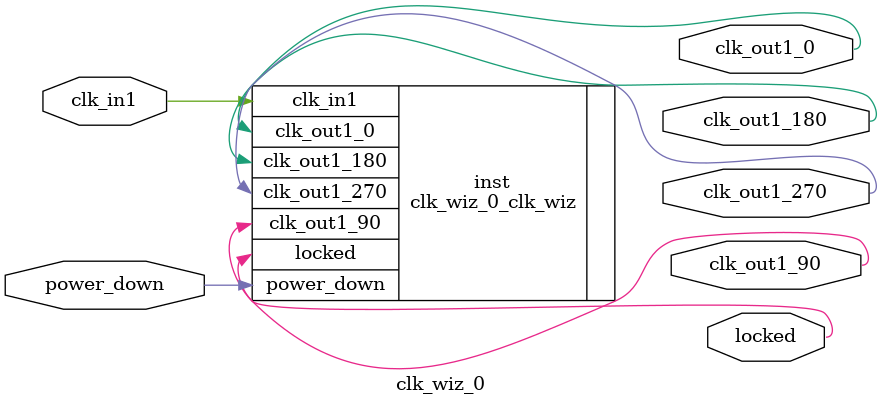
<source format=v>


`timescale 1ps/1ps

(* CORE_GENERATION_INFO = "clk_wiz_0,clk_wiz_v6_0_2_0_0,{component_name=clk_wiz_0,use_phase_alignment=true,use_min_o_jitter=false,use_max_i_jitter=false,use_dyn_phase_shift=false,use_inclk_switchover=false,use_dyn_reconfig=false,enable_axi=0,feedback_source=FDBK_AUTO,PRIMITIVE=MMCM,num_out_clk=4,clkin1_period=6.667,clkin2_period=10.0,use_power_down=true,use_reset=false,use_locked=true,use_inclk_stopped=false,feedback_type=SINGLE,CLOCK_MGR_TYPE=NA,manual_override=false}" *)

module clk_wiz_0 
 (
  // Clock out ports
  output        clk_out1_0,
  output        clk_out1_90,
  output        clk_out1_180,
  output        clk_out1_270,
  // Status and control signals
  input         power_down,
  output        locked,
 // Clock in ports
  input         clk_in1
 );

  clk_wiz_0_clk_wiz inst
  (
  // Clock out ports  
  .clk_out1_0(clk_out1_0),
  .clk_out1_90(clk_out1_90),
  .clk_out1_180(clk_out1_180),
  .clk_out1_270(clk_out1_270),
  // Status and control signals               
  .power_down(power_down),
  .locked(locked),
 // Clock in ports
  .clk_in1(clk_in1)
  );

endmodule

</source>
